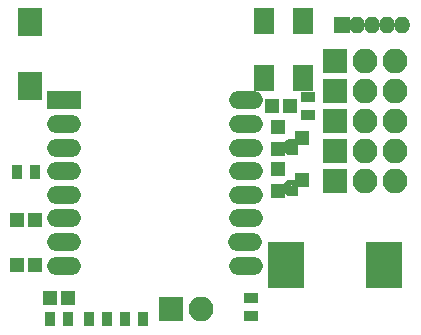
<source format=gbr>
G04 #@! TF.FileFunction,Soldermask,Top*
%FSLAX46Y46*%
G04 Gerber Fmt 4.6, Leading zero omitted, Abs format (unit mm)*
G04 Created by KiCad (PCBNEW 4.0.5-e0-6337~49~ubuntu14.04.1) date Thu Mar  2 13:58:40 2017*
%MOMM*%
%LPD*%
G01*
G04 APERTURE LIST*
%ADD10C,0.100000*%
%ADD11C,0.150000*%
%ADD12R,1.400000X1.400000*%
%ADD13O,1.400000X1.400000*%
%ADD14R,3.100000X4.000000*%
%ADD15R,1.200000X1.150000*%
%ADD16R,1.800000X2.200000*%
%ADD17R,1.300000X0.900000*%
%ADD18R,0.900000X1.300000*%
%ADD19R,2.000000X2.400000*%
%ADD20R,2.100000X2.100000*%
%ADD21O,2.100000X2.100000*%
%ADD22R,1.300000X1.200000*%
%ADD23R,2.900000X1.500000*%
%ADD24O,2.900000X1.500000*%
G04 APERTURE END LIST*
D10*
D11*
X161407500Y-100318000D02*
X161407500Y-100418000D01*
X161507500Y-100168000D02*
X161407500Y-100318000D01*
X161507500Y-100618000D02*
X161507500Y-100168000D01*
X161257500Y-100318000D02*
X161507500Y-100618000D01*
X161457500Y-100068000D02*
X161257500Y-100318000D01*
X161607500Y-100068000D02*
X161457500Y-100068000D01*
X161607500Y-100768000D02*
X161607500Y-100068000D01*
X161557500Y-100768000D02*
X161607500Y-100768000D01*
X161107500Y-100318000D02*
X161557500Y-100768000D01*
X161658300Y-99759200D02*
X161107500Y-100318000D01*
X161707500Y-99968000D02*
X161407500Y-99968000D01*
X161707500Y-100868000D02*
X161707500Y-99968000D01*
X161457500Y-100868000D02*
X161707500Y-100868000D01*
X160957500Y-100318000D02*
X161457500Y-100868000D01*
X161357500Y-99868000D02*
X160957500Y-100318000D01*
X161807500Y-99868000D02*
X161357500Y-99868000D01*
X161807500Y-100868000D02*
X161807500Y-99868000D01*
X161226500Y-100953000D02*
X161907500Y-100953000D01*
X160807500Y-100318000D02*
X161407500Y-100918000D01*
X161163000Y-99746500D02*
X160591500Y-100318000D01*
X161925000Y-99746500D02*
X161163000Y-99746500D01*
X161925000Y-100953000D02*
X161925000Y-99746500D01*
X160753500Y-100353000D02*
X161353500Y-100953000D01*
X160626500Y-100353000D02*
X161226500Y-100953000D01*
X161353500Y-99746500D02*
X160782000Y-100318000D01*
X161407500Y-103747000D02*
X161407500Y-103847000D01*
X161507500Y-103597000D02*
X161407500Y-103747000D01*
X161507500Y-104047000D02*
X161507500Y-103597000D01*
X161257500Y-103747000D02*
X161507500Y-104047000D01*
X161457500Y-103497000D02*
X161257500Y-103747000D01*
X161607500Y-103497000D02*
X161457500Y-103497000D01*
X161607500Y-104197000D02*
X161607500Y-103497000D01*
X161557500Y-104197000D02*
X161607500Y-104197000D01*
X161107500Y-103747000D02*
X161557500Y-104197000D01*
X161658300Y-103188200D02*
X161107500Y-103747000D01*
X161707500Y-103397000D02*
X161407500Y-103397000D01*
X161707500Y-104297000D02*
X161707500Y-103397000D01*
X161457500Y-104297000D02*
X161707500Y-104297000D01*
X160957500Y-103747000D02*
X161457500Y-104297000D01*
X161357500Y-103297000D02*
X160957500Y-103747000D01*
X161807500Y-103297000D02*
X161357500Y-103297000D01*
X161807500Y-104297000D02*
X161807500Y-103297000D01*
X161226500Y-104382000D02*
X161907500Y-104382000D01*
X160807500Y-103747000D02*
X161407500Y-104347000D01*
X161163000Y-103175500D02*
X160591500Y-103747000D01*
X161925000Y-103175500D02*
X161163000Y-103175500D01*
X161925000Y-104382000D02*
X161925000Y-103175500D01*
X160753500Y-103782000D02*
X161353500Y-104382000D01*
X160626500Y-103782000D02*
X161226500Y-104382000D01*
X161353500Y-103175500D02*
X160782000Y-103747000D01*
D12*
X165798500Y-90031000D03*
D13*
X167068500Y-90031000D03*
X168338500Y-90031000D03*
X169608500Y-90031000D03*
X170878500Y-90031000D03*
D14*
X161013500Y-110351000D03*
X169313500Y-110351000D03*
D15*
X161341500Y-96889000D03*
X159841500Y-96889000D03*
X142545500Y-113145000D03*
X141045500Y-113145000D03*
X139751500Y-110351000D03*
X138251500Y-110351000D03*
X138251500Y-106541000D03*
X139751500Y-106541000D03*
D16*
X159195500Y-94463000D03*
X162495500Y-94463000D03*
X162495500Y-89663000D03*
X159195500Y-89663000D03*
D17*
X158051500Y-113157000D03*
X158051500Y-114657000D03*
D18*
X148895500Y-114923000D03*
X147395500Y-114923000D03*
X145847500Y-114923000D03*
X144347500Y-114923000D03*
X141045500Y-114923000D03*
X142545500Y-114923000D03*
D17*
X162877500Y-97639000D03*
X162877500Y-96139000D03*
D18*
X138251500Y-102477000D03*
X139751500Y-102477000D03*
D19*
X139353500Y-95171000D03*
X139353500Y-89771000D03*
D20*
X151320500Y-114034000D03*
D21*
X153860500Y-114034000D03*
D22*
X160353500Y-98606000D03*
X160353500Y-100506000D03*
X162353500Y-99556000D03*
X160353500Y-102162000D03*
X160353500Y-104062000D03*
X162353500Y-103112000D03*
D20*
X165163500Y-93079000D03*
D21*
X167703500Y-93079000D03*
X170243500Y-93079000D03*
D20*
X165163500Y-95619000D03*
D21*
X167703500Y-95619000D03*
X170243500Y-95619000D03*
D20*
X165163500Y-100699000D03*
D21*
X167703500Y-100699000D03*
X170243500Y-100699000D03*
D20*
X165163500Y-103239000D03*
D21*
X167703500Y-103239000D03*
X170243500Y-103239000D03*
D20*
X165163500Y-98159000D03*
D21*
X167703500Y-98159000D03*
X170243500Y-98159000D03*
D23*
X142238500Y-96381000D03*
D24*
X142238500Y-98381000D03*
X142238500Y-100381000D03*
X142238500Y-102381000D03*
X142238500Y-104381000D03*
X142238500Y-106381000D03*
X142238500Y-108381000D03*
X142238500Y-110381000D03*
X157638500Y-110381000D03*
X157538500Y-108381000D03*
X157638500Y-106381000D03*
X157638500Y-104381000D03*
X157638500Y-102381000D03*
X157638500Y-100381000D03*
X157638500Y-98381000D03*
X157638500Y-96381000D03*
M02*

</source>
